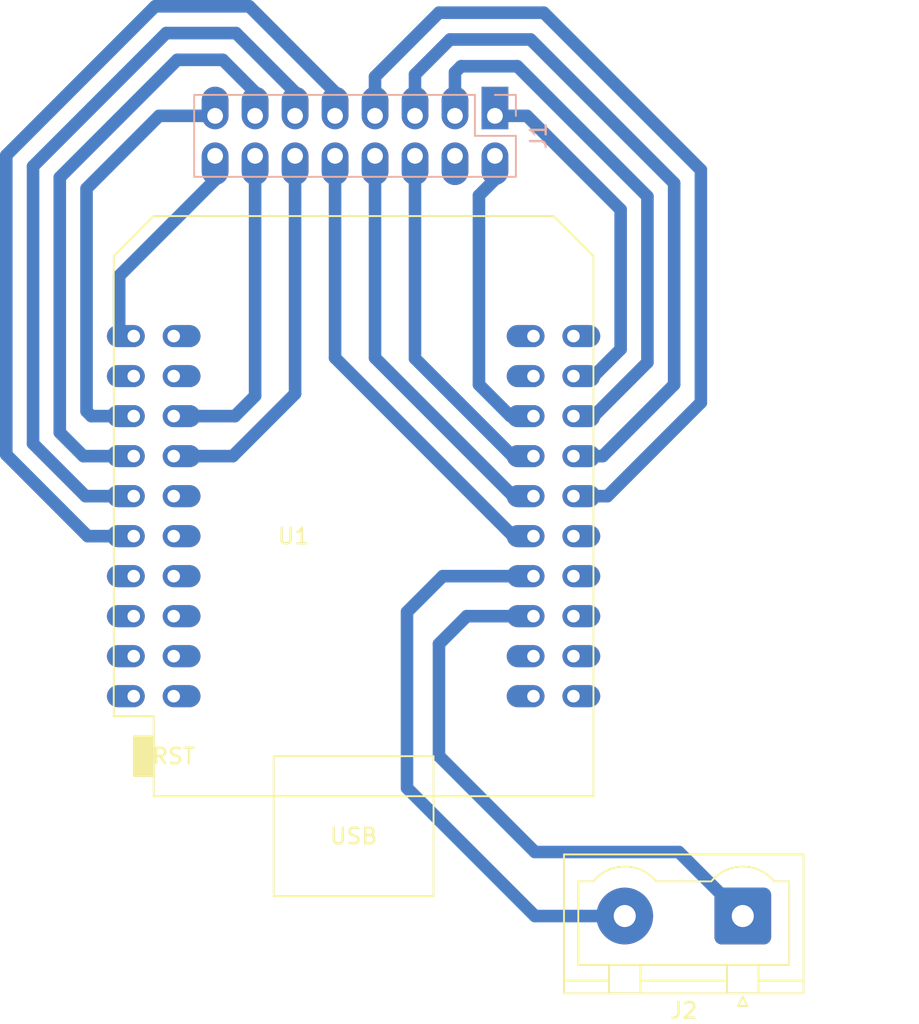
<source format=kicad_pcb>
(kicad_pcb (version 20211014) (generator pcbnew)
  (layers (0 "F.Cu" signal) (31 "B.Cu" signal) (34 "B.Paste" user) (35 "F.Paste" user) (36 "B.SilkS" user "B.Silkscreen") (37 "F.SilkS" user "F.Silkscreen") (38 "B.Mask" user) (39 "F.Mask" user) (44 "Edge.Cuts" user))
  (net 0 "")
  (net 1 "Net-(J2-Pad1)")
  (net 2 "Net-(J1-Pad1)")
  (net 13 "Net-(J1-Pad2)")
  (net 14 "Net-(J1-Pad3)")
  (net 18 "Net-(J1-Pad5)")
  (net 19 "Net-(J1-Pad6)")
  (net 20 "Net-(J1-Pad7)")
  (net 22 "Net-(J1-Pad8)")
  (net 23 "Net-(U1-Pad11)")
  (net 24 "Net-(J1-Pad10)")
  (net 25 "Net-(U1-Pad9)")
  (net 26 "Net-(J1-Pad12)")
  (net 27 "Net-(J1-Pad14)")
  (net 28 "Net-(J1-Pad15)")
  (net 29 "Net-(J1-Pad16)")
  (net 38 "Net-(U1-Pad7)")
  (footprint "Connector_Phoenix_GMSTB:PhoenixContact_GMSTBVA_2,5_2-G_1x02_P7.50mm_Vertical" (layer "F.Cu") (at 149.352 136.144 180)
    (fp_text reference "J2" (at 3.75 -6) (layer "F.SilkS"))
    (fp_text value "Power")
    (fp_line (start 0 -5.11) (end -0.3 -5.71) (layer "F.SilkS") (width 0.12))
    (fp_line (start 8.5 -3.1) (end 6.5 -3.1) (layer "F.SilkS") (width 0.12))
    (fp_line (start -1 -3.1) (end -1 -4.91) (layer "F.SilkS") (width 0.12))
    (fp_line (start 10.45 -3.1) (end 10.45 2.2) (layer "F.SilkS") (width 0.12))
    (fp_line (start 11.36 -4.91) (end -3.86 -4.91) (layer "F.SilkS") (width 0.12))
    (fp_line (start 2 2.2) (end 5.5 2.2) (layer "F.SilkS") (width 0.12))
    (fp_line (start -1 -4.91) (end 1 -4.91) (layer "F.SilkS") (width 0.12))
    (fp_line (start -2.95 2.2) (end -2.95 -3.1) (layer "F.SilkS") (width 0.12))
    (fp_line (start -3.86 -4.91) (end -3.86 3.91) (layer "F.SilkS") (width 0.12))
    (fp_line (start 1 -3.1) (end -1 -3.1) (layer "F.SilkS") (width 0.12))
    (fp_line (start 10.45 2.2) (end 9.5 2.2) (layer "F.SilkS") (width 0.12))
    (fp_line (start 6.5 -4.91) (end 8.5 -4.91) (layer "F.SilkS") (width 0.12))
    (fp_line (start -0.3 -5.71) (end 0.3 -5.71) (layer "F.SilkS") (width 0.12))
    (fp_line (start 1 -4.1) (end 6.5 -4.1) (layer "F.SilkS") (width 0.12))
    (fp_line (start 6.5 -3.1) (end 6.5 -4.91) (layer "F.SilkS") (width 0.12))
    (fp_line (start -2.95 -3.1) (end 10.45 -3.1) (layer "F.SilkS") (width 0.12))
    (fp_line (start -3.86 -4.1) (end -1.11 -4.1) (layer "F.SilkS") (width 0.12))
    (fp_line (start 1 -4.91) (end 1 -3.1) (layer "F.SilkS") (width 0.12))
    (fp_line (start -3.86 3.91) (end 11.36 3.91) (layer "F.SilkS") (width 0.12))
    (fp_line (start 11.36 -4.1) (end 8.61 -4.1) (layer "F.SilkS") (width 0.12))
    (fp_line (start 0.3 -5.71) (end 0 -5.11) (layer "F.SilkS") (width 0.12))
    (fp_line (start 8.5 -4.91) (end 8.5 -3.1) (layer "F.SilkS") (width 0.12))
    (fp_line (start 11.36 3.91) (end 11.36 -4.91) (layer "F.SilkS") (width 0.12))
    (fp_line (start -2 2.2) (end -2.95 2.2) (layer "F.SilkS") (width 0.12))
    (fp_arc (start 1.986842 2.215821) (mid -0.010289 3.142758) (end -2 2.2) (layer "F.SilkS") (width 0.12))
    (fp_arc (start 9.486842 2.215821) (mid 7.489711 3.142758) (end 5.5 2.2) (layer "F.SilkS") (width 0.12))
    (pad "1" thru_hole roundrect (at 0 0 180) (size 3.6 3.6) (drill 1.4) (layers *.Cu *.Mask) (roundrect_rratio 0.125) (net 1 "Net-(J2-Pad1)"))
    (pad "2" thru_hole oval (at 7.5 0 180) (size 3.6 3.6) (drill 1.4) (layers *.Cu *.Mask) (net 29 "Net-(J1-Pad16)"))
  )
  (footprint "ESP32_mini:ESP32_mini" (layer "F.Cu") (at 124.623 110.757)
    (fp_text reference "U1" (at -3.81 1.27) (layer "F.SilkS"))
    (fp_text value "mini_esp32")
    (fp_text user "USB" (at 0 20.32) (layer "F.SilkS"))
    (fp_text user "RST" (at -11.43 15.24) (layer "F.SilkS"))
    (fp_line (start 5.08 15.24) (end 5.08 17.78) (layer "F.SilkS") (width 0.12))
    (fp_line (start -15.24 12.7) (end -12.7 12.7) (layer "F.SilkS") (width 0.12))
    (fp_line (start -5.08 15.24) (end 5.08 15.24) (layer "F.SilkS") (width 0.12))
    (fp_line (start -12.7 17.78) (end 15.24 17.78) (layer "F.SilkS") (width 0.12))
    (fp_line (start -5.08 17.78) (end -5.08 15.24) (layer "F.SilkS") (width 0.12))
    (fp_line (start -12.7 12.7) (end -12.7 17.78) (layer "F.SilkS") (width 0.12))
    (fp_line (start -5.08 17.78) (end -5.08 24.13) (layer "F.SilkS") (width 0.12))
    (fp_line (start 12.7 -19.05) (end -11.43 -19.05) (layer "F.SilkS") (width 0.12))
    (fp_line (start 15.24 -16.51) (end 15.24 17.78) (layer "F.SilkS") (width 0.12))
    (fp_line (start 12.7 -19.05) (end 15.24 -16.51) (layer "F.SilkS") (width 0.12))
    (fp_line (start 5.08 24.13) (end 5.08 17.78) (layer "F.SilkS") (width 0.12))
    (fp_line (start -5.08 24.13) (end 5.08 24.13) (layer "F.SilkS") (width 0.12))
    (fp_line (start -12.7 -19.05) (end -11.43 -19.05) (layer "F.SilkS") (width 0.12))
    (fp_line (start -15.24 -16.51) (end -15.24 12.7) (layer "F.SilkS") (width 0.12))
    (fp_line (start -12.7 -19.05) (end -15.24 -16.51) (layer "F.SilkS") (width 0.12))
    (fp_poly (pts (xy -13.97 16.51) (xy -13.97 13.97) (xy -12.7 13.97) (xy -12.7 16.51)) (layer "F.SilkS") (width 0.1) (fill solid))
    (pad "1" thru_hole oval locked (at -13.97 -11.43 270) (size 1.4 2.4) (drill 0.8 (offset 0 0.5)) (layers *.Cu *.Mask) (net 29 "Net-(J1-Pad16)"))
    (pad "2" thru_hole oval locked (at -11.43 -11.43 270) (size 1.4 2.4) (drill 0.8 (offset 0 -0.5)) (layers *.Cu *.Mask))
    (pad "3" thru_hole oval locked (at -13.97 -8.89 270) (size 1.4 2.4) (drill 0.8 (offset 0 0.5)) (layers *.Cu *.Mask))
    (pad "4" thru_hole oval locked (at -11.43 -8.89 270) (size 1.4 2.4) (drill 0.8 (offset 0 -0.5)) (layers *.Cu *.Mask))
    (pad "5" thru_hole oval locked (at -13.97 -6.35 270) (size 1.4 2.4) (drill 0.8 (offset 0 0.5)) (layers *.Cu *.Mask) (net 28 "Net-(J1-Pad15)"))
    (pad "6" thru_hole oval locked (at -11.43 -6.35 270) (size 1.4 2.4) (drill 0.8 (offset 0 -0.5)) (layers *.Cu *.Mask) (net 27 "Net-(J1-Pad14)"))
    (pad "7" thru_hole oval locked (at -13.97 -3.81 270) (size 1.4 2.4) (drill 0.8 (offset 0 0.5)) (layers *.Cu *.Mask) (net 38 "Net-(U1-Pad7)"))
    (pad "8" thru_hole oval locked (at -11.43 -3.81 270) (size 1.4 2.4) (drill 0.8 (offset 0 -0.5)) (layers *.Cu *.Mask) (net 26 "Net-(J1-Pad12)"))
    (pad "9" thru_hole oval locked (at -13.97 -1.27 270) (size 1.4 2.4) (drill 0.8 (offset 0 0.5)) (layers *.Cu *.Mask) (net 25 "Net-(U1-Pad9)"))
    (pad "10" thru_hole oval locked (at -11.43 -1.27 270) (size 1.4 2.4) (drill 0.8 (offset 0 -0.5)) (layers *.Cu *.Mask))
    (pad "11" thru_hole oval locked (at -13.97 1.27 270) (size 1.4 2.4) (drill 0.8 (offset 0 0.5)) (layers *.Cu *.Mask) (net 23 "Net-(U1-Pad11)"))
    (pad "12" thru_hole oval locked (at -11.43 1.27 270) (size 1.4 2.4) (drill 0.8 (offset 0 -0.5)) (layers *.Cu *.Mask))
    (pad "13" thru_hole oval locked (at -13.97 3.81 270) (size 1.4 2.4) (drill 0.8 (offset 0 0.5)) (layers *.Cu *.Mask))
    (pad "14" thru_hole oval locked (at -11.43 3.81 270) (size 1.4 2.4) (drill 0.8 (offset 0 -0.5)) (layers *.Cu *.Mask))
    (pad "15" thru_hole oval locked (at -13.97 6.35 270) (size 1.4 2.4) (drill 0.8 (offset 0 0.5)) (layers *.Cu *.Mask))
    (pad "16" thru_hole oval locked (at -11.43 6.35 270) (size 1.4 2.4) (drill 0.8 (offset 0 -0.5)) (layers *.Cu *.Mask))
    (pad "17" thru_hole oval locked (at -13.97 8.89 270) (size 1.4 2.4) (drill 0.8 (offset 0 0.5)) (layers *.Cu *.Mask))
    (pad "18" thru_hole oval locked (at -11.43 8.89 270) (size 1.4 2.4) (drill 0.8 (offset 0 -0.5)) (layers *.Cu *.Mask))
    (pad "19" thru_hole oval locked (at -13.97 11.43 270) (size 1.4 2.4) (drill 0.8 (offset 0 0.5)) (layers *.Cu *.Mask))
    (pad "20" thru_hole oval locked (at -11.43 11.43 270) (size 1.4 2.4) (drill 0.8 (offset 0 -0.5)) (layers *.Cu *.Mask))
    (pad "21" thru_hole oval locked (at 11.43 -11.43 270) (size 1.4 2.4) (drill 0.8 (offset 0 0.5)) (layers *.Cu *.Mask))
    (pad "22" thru_hole oval locked (at 13.97 -11.43 270) (size 1.4 2.4) (drill 0.8 (offset 0 -0.5)) (layers *.Cu *.Mask) (net 29 "Net-(J1-Pad16)"))
    (pad "23" thru_hole oval locked (at 11.43 -8.89 270) (size 1.4 2.4) (drill 0.8 (offset 0 0.5)) (layers *.Cu *.Mask))
    (pad "24" thru_hole oval locked (at 13.97 -8.89 270) (size 1.4 2.4) (drill 0.8 (offset 0 -0.5)) (layers *.Cu *.Mask) (net 2 "Net-(J1-Pad1)"))
    (pad "25" thru_hole oval locked (at 11.43 -6.35 270) (size 1.4 2.4) (drill 0.8 (offset 0 0.5)) (layers *.Cu *.Mask) (net 13 "Net-(J1-Pad2)"))
    (pad "26" thru_hole oval locked (at 13.97 -6.35 270) (size 1.4 2.4) (drill 0.8 (offset 0 -0.5)) (layers *.Cu *.Mask) (net 14 "Net-(J1-Pad3)"))
    (pad "27" thru_hole oval locked (at 11.43 -3.81 270) (size 1.4 2.4) (drill 0.8 (offset 0 0.5)) (layers *.Cu *.Mask) (net 19 "Net-(J1-Pad6)"))
    (pad "28" thru_hole oval locked (at 13.97 -3.81 270) (size 1.4 2.4) (drill 0.8 (offset 0 -0.5)) (layers *.Cu *.Mask) (net 18 "Net-(J1-Pad5)"))
    (pad "29" thru_hole oval locked (at 11.43 -1.27 270) (size 1.4 2.4) (drill 0.8 (offset 0 0.5)) (layers *.Cu *.Mask) (net 22 "Net-(J1-Pad8)"))
    (pad "30" thru_hole oval locked (at 13.97 -1.27 270) (size 1.4 2.4) (drill 0.8 (offset 0 -0.5)) (layers *.Cu *.Mask) (net 20 "Net-(J1-Pad7)"))
    (pad "31" thru_hole oval locked (at 11.43 1.27 270) (size 1.4 2.4) (drill 0.8 (offset 0 0.5)) (layers *.Cu *.Mask) (net 24 "Net-(J1-Pad10)"))
    (pad "32" thru_hole oval locked (at 13.97 1.27 270) (size 1.4 2.4) (drill 0.8 (offset 0 -0.5)) (layers *.Cu *.Mask))
    (pad "33" thru_hole oval locked (at 11.43 3.81 270) (size 1.4 2.4) (drill 0.8 (offset 0 0.5)) (layers *.Cu *.Mask) (net 29 "Net-(J1-Pad16)"))
    (pad "34" thru_hole oval locked (at 13.97 3.81 270) (size 1.4 2.4) (drill 0.8 (offset 0 -0.5)) (layers *.Cu *.Mask))
    (pad "35" thru_hole oval locked (at 11.43 6.35 270) (size 1.4 2.4) (drill 0.8 (offset 0 0.5)) (layers *.Cu *.Mask) (net 1 "Net-(J2-Pad1)"))
    (pad "36" thru_hole oval locked (at 13.97 6.35 270) (size 1.4 2.4) (drill 0.8 (offset 0 -0.5)) (layers *.Cu *.Mask))
    (pad "37" thru_hole oval locked (at 11.43 8.89 270) (size 1.4 2.4) (drill 0.8 (offset 0 0.5)) (layers *.Cu *.Mask))
    (pad "38" thru_hole oval locked (at 13.97 8.89 270) (size 1.4 2.4) (drill 0.8 (offset 0 -0.5)) (layers *.Cu *.Mask))
    (pad "39" thru_hole oval locked (at 11.43 11.43 270) (size 1.4 2.4) (drill 0.8 (offset 0 0.5)) (layers *.Cu *.Mask))
    (pad "40" thru_hole oval locked (at 13.97 11.43 270) (size 1.4 2.4) (drill 0.8 (offset 0 -0.5)) (layers *.Cu *.Mask))
  )
  (footprint "Connector_PinSocket_2.54mm:PinSocket_2x08_P2.54mm_Vertical" (layer "B.Cu") (at 133.604 85.344 90)
    (fp_text reference "J1" (at -1.27 2.77 90) (layer "B.SilkS"))
    (fp_text value "PUT_IN")
    (fp_line (start 1.33 1.33) (end 1.33 0) (layer "B.SilkS") (width 0.12))
    (fp_line (start -3.87 1.33) (end -1.27 1.33) (layer "B.SilkS") (width 0.12))
    (fp_line (start -1.27 -1.27) (end 1.33 -1.27) (layer "B.SilkS") (width 0.12))
    (fp_line (start -3.87 1.33) (end -3.87 -19.11) (layer "B.SilkS") (width 0.12))
    (fp_line (start -3.87 -19.11) (end 1.33 -19.11) (layer "B.SilkS") (width 0.12))
    (fp_line (start 0 1.33) (end 1.33 1.33) (layer "B.SilkS") (width 0.12))
    (fp_line (start 1.33 -1.27) (end 1.33 -19.11) (layer "B.SilkS") (width 0.12))
    (fp_line (start -1.27 1.33) (end -1.27 -1.27) (layer "B.SilkS") (width 0.12))
    (pad "1" thru_hole rect (at 0 0 90) (size 2.7 1.7) (drill 1 (offset 0.5 0)) (layers *.Cu *.Mask) (net 2 "Net-(J1-Pad1)"))
    (pad "2" thru_hole oval (at -2.54 0 90) (size 2.7 1.7) (drill 1 (offset -0.5 0)) (layers *.Cu *.Mask) (net 13 "Net-(J1-Pad2)"))
    (pad "3" thru_hole oval (at 0 -2.54 90) (size 2.7 1.7) (drill 1 (offset 0.5 0)) (layers *.Cu *.Mask) (net 14 "Net-(J1-Pad3)"))
    (pad "4" thru_hole oval (at -2.54 -2.54 90) (size 2.7 1.7) (drill 1 (offset -0.5 0)) (layers *.Cu *.Mask))
    (pad "5" thru_hole oval (at 0 -5.08 90) (size 2.7 1.7) (drill 1 (offset 0.5 0)) (layers *.Cu *.Mask) (net 18 "Net-(J1-Pad5)"))
    (pad "6" thru_hole oval (at -2.54 -5.08 90) (size 2.7 1.7) (drill 1 (offset -0.5 0)) (layers *.Cu *.Mask) (net 19 "Net-(J1-Pad6)"))
    (pad "7" thru_hole oval (at 0 -7.62 90) (size 2.7 1.7) (drill 1 (offset 0.5 0)) (layers *.Cu *.Mask) (net 20 "Net-(J1-Pad7)"))
    (pad "8" thru_hole oval (at -2.54 -7.62 90) (size 2.7 1.7) (drill 1 (offset -0.5 0)) (layers *.Cu *.Mask) (net 22 "Net-(J1-Pad8)"))
    (pad "9" thru_hole oval (at 0 -10.16 90) (size 2.7 1.7) (drill 1 (offset 0.5 0)) (layers *.Cu *.Mask) (net 23 "Net-(U1-Pad11)"))
    (pad "10" thru_hole oval (at -2.54 -10.16 90) (size 2.7 1.7) (drill 1 (offset -0.5 0)) (layers *.Cu *.Mask) (net 24 "Net-(J1-Pad10)"))
    (pad "11" thru_hole oval (at 0 -12.7 90) (size 2.7 1.7) (drill 1 (offset 0.5 0)) (layers *.Cu *.Mask) (net 25 "Net-(U1-Pad9)"))
    (pad "12" thru_hole oval (at -2.54 -12.7 90) (size 2.7 1.7) (drill 1 (offset -0.5 0)) (layers *.Cu *.Mask) (net 26 "Net-(J1-Pad12)"))
    (pad "13" thru_hole oval (at 0 -15.24 90) (size 2.7 1.7) (drill 1 (offset 0.5 0)) (layers *.Cu *.Mask) (net 38 "Net-(U1-Pad7)"))
    (pad "14" thru_hole oval (at -2.54 -15.24 90) (size 2.7 1.7) (drill 1 (offset -0.5 0)) (layers *.Cu *.Mask) (net 27 "Net-(J1-Pad14)"))
    (pad "15" thru_hole oval (at 0 -17.78 90) (size 2.7 1.7) (drill 1 (offset 0.5 0)) (layers *.Cu *.Mask) (net 28 "Net-(J1-Pad15)"))
    (pad "16" thru_hole oval (at -2.54 -17.78 90) (size 2.7 1.7) (drill 1 (offset -0.5 0)) (layers *.Cu *.Mask) (net 29 "Net-(J1-Pad16)"))
  )
  (segment (start 136.144 132.08) (end 130.048 125.984) (width 0.8) (layer "B.Cu") (net 1))
  (segment (start 145.288 132.08) (end 136.144 132.08) (width 0.8) (layer "B.Cu") (net 1))
  (segment (start 149.352 136.144) (end 145.288 132.08) (width 0.8) (layer "B.Cu") (net 1))
  (segment (start 130.048 125.984) (end 130.048 118.872) (width 0.8) (layer "B.Cu") (net 1))
  (segment (start 130.048 118.872) (end 131.813 117.107) (width 0.8) (layer "B.Cu") (net 1))
  (segment (start 131.813 117.107) (end 136.053 117.107) (width 0.8) (layer "B.Cu") (net 1))
  (segment (start 135.636 85.344) (end 141.59252 91.30052) (width 0.8) (layer "B.Cu") (net 2))
  (segment (start 133.604 85.344) (end 135.636 85.344) (width 0.8) (layer "B.Cu") (net 2))
  (segment (start 141.59252 91.30052) (end 141.59252 100.155228) (width 0.8) (layer "B.Cu") (net 2))
  (segment (start 141.59252 100.155228) (end 139.880748 101.867) (width 0.8) (layer "B.Cu") (net 2))
  (segment (start 139.880748 101.867) (end 138.593 101.867) (width 0.8) (layer "B.Cu") (net 2))
  (segment (start 132.588 90.39988) (end 132.588 102.40748) (width 0.8) (layer "B.Cu") (net 13))
  (segment (start 133.604 89.38388) (end 132.588 90.39988) (width 0.8) (layer "B.Cu") (net 13))
  (segment (start 133.604 87.884) (end 133.604 89.38388) (width 0.8) (layer "B.Cu") (net 13))
  (segment (start 134.58752 104.407) (end 136.053 104.407) (width 0.8) (layer "B.Cu") (net 13))
  (segment (start 132.588 102.40748) (end 134.58752 104.407) (width 0.8) (layer "B.Cu") (net 13))
  (segment (start 131.064 85.344) (end 131.064 82.584978) (width 0.8) (layer "B.Cu") (net 14))
  (segment (start 131.454489 82.194489) (end 135.026489 82.194489) (width 0.8) (layer "B.Cu") (net 14))
  (segment (start 143.29204 100.995708) (end 139.880748 104.407) (width 0.8) (layer "B.Cu") (net 14))
  (segment (start 143.29204 90.46004) (end 143.29204 100.995708) (width 0.8) (layer "B.Cu") (net 14))
  (segment (start 131.064 82.584978) (end 131.454489 82.194489) (width 0.8) (layer "B.Cu") (net 14))
  (segment (start 135.026489 82.194489) (end 143.29204 90.46004) (width 0.8) (layer "B.Cu") (net 14))
  (segment (start 139.880748 104.407) (end 138.593 104.407) (width 0.8) (layer "B.Cu") (net 14))
  (segment (start 140.449 106.947) (end 138.593 106.947) (width 0.8) (layer "B.Cu") (net 18))
  (segment (start 144.99156 102.40444) (end 140.449 106.947) (width 0.8) (layer "B.Cu") (net 18))
  (segment (start 130.750525 80.494969) (end 135.866969 80.494969) (width 0.8) (layer "B.Cu") (net 18))
  (segment (start 128.524 85.344) (end 128.524 82.721494) (width 0.8) (layer "B.Cu") (net 18))
  (segment (start 135.866969 80.494969) (end 144.99156 89.61956) (width 0.8) (layer "B.Cu") (net 18))
  (segment (start 128.524 82.721494) (end 130.750525 80.494969) (width 0.8) (layer "B.Cu") (net 18))
  (segment (start 144.99156 89.61956) (end 144.99156 102.40444) (width 0.8) (layer "B.Cu") (net 18))
  (segment (start 128.524 87.884) (end 128.524 100.746964) (width 0.8) (layer "B.Cu") (net 19))
  (segment (start 128.524 100.746964) (end 134.724036 106.947) (width 0.8) (layer "B.Cu") (net 19))
  (segment (start 134.724036 106.947) (end 136.053 106.947) (width 0.8) (layer "B.Cu") (net 19))
  (segment (start 130.046561 78.795449) (end 136.707449 78.795449) (width 0.8) (layer "B.Cu") (net 20))
  (segment (start 136.707449 78.795449) (end 146.69108 88.77908) (width 0.8) (layer "B.Cu") (net 20))
  (segment (start 125.984 82.85801) (end 130.046561 78.795449) (width 0.8) (layer "B.Cu") (net 20))
  (segment (start 140.74848 109.487) (end 138.593 109.487) (width 0.8) (layer "B.Cu") (net 20))
  (segment (start 146.69108 103.5444) (end 140.74848 109.487) (width 0.8) (layer "B.Cu") (net 20))
  (segment (start 125.984 85.344) (end 125.984 82.85801) (width 0.8) (layer "B.Cu") (net 20))
  (segment (start 146.69108 88.77908) (end 146.69108 103.5444) (width 0.8) (layer "B.Cu") (net 20))
  (segment (start 125.984 87.884) (end 125.984 100.705748) (width 0.8) (layer "B.Cu") (net 22))
  (segment (start 125.984 100.705748) (end 134.765252 109.487) (width 0.8) (layer "B.Cu") (net 22))
  (segment (start 134.765252 109.487) (end 136.053 109.487) (width 0.8) (layer "B.Cu") (net 22))
  (segment (start 123.444 85.344) (end 123.444 83.84412) (width 0.8) (layer "B.Cu") (net 23))
  (segment (start 112.012588 78.38896) (end 102.55492 87.846628) (width 0.8) (layer "B.Cu") (net 23))
  (segment (start 102.55492 106.853888) (end 107.728032 112.027) (width 0.8) (layer "B.Cu") (net 23))
  (segment (start 102.55492 87.846628) (end 102.55492 106.853888) (width 0.8) (layer "B.Cu") (net 23))
  (segment (start 107.728032 112.027) (end 110.653 112.027) (width 0.8) (layer "B.Cu") (net 23))
  (segment (start 123.444 83.84412) (end 117.98884 78.38896) (width 0.8) (layer "B.Cu") (net 23))
  (segment (start 117.98884 78.38896) (end 112.012588 78.38896) (width 0.8) (layer "B.Cu") (net 23))
  (segment (start 123.444 87.884) (end 123.444 100.705748) (width 0.8) (layer "B.Cu") (net 24))
  (segment (start 123.444 100.705748) (end 134.765252 112.027) (width 0.8) (layer "B.Cu") (net 24))
  (segment (start 134.765252 112.027) (end 136.053 112.027) (width 0.8) (layer "B.Cu") (net 24))
  (segment (start 104.25444 106.149924) (end 107.591516 109.487) (width 0.8) (layer "B.Cu") (net 25))
  (segment (start 120.904 83.84412) (end 117.14836 80.08848) (width 0.8) (layer "B.Cu") (net 25))
  (segment (start 107.591516 109.487) (end 110.653 109.487) (width 0.8) (layer "B.Cu") (net 25))
  (segment (start 104.25444 88.550592) (end 104.25444 106.149924) (width 0.8) (layer "B.Cu") (net 25))
  (segment (start 112.716552 80.08848) (end 104.25444 88.550592) (width 0.8) (layer "B.Cu") (net 25))
  (segment (start 117.14836 80.08848) (end 112.716552 80.08848) (width 0.8) (layer "B.Cu") (net 25))
  (segment (start 120.904 85.344) (end 120.904 83.84412) (width 0.8) (layer "B.Cu") (net 25))
  (segment (start 116.944484 106.947) (end 113.193 106.947) (width 0.8) (layer "B.Cu") (net 26))
  (segment (start 120.904 102.987484) (end 116.944484 106.947) (width 0.8) (layer "B.Cu") (net 26))
  (segment (start 120.904 87.884) (end 120.904 102.987484) (width 0.8) (layer "B.Cu") (net 26))
  (segment (start 118.364 87.884) (end 118.364 103.124) (width 0.8) (layer "B.Cu") (net 27))
  (segment (start 117.081 104.407) (end 113.193 104.407) (width 0.8) (layer "B.Cu") (net 27))
  (segment (start 118.364 103.124) (end 117.081 104.407) (width 0.8) (layer "B.Cu") (net 27))
  (segment (start 115.824 85.344) (end 112.268 85.344) (width 0.8) (layer "B.Cu") (net 28))
  (segment (start 107.65348 89.95852) (end 107.65348 104.09748) (width 0.8) (layer "B.Cu") (net 28))
  (segment (start 107.65348 104.09748) (end 107.963 104.407) (width 0.8) (layer "B.Cu") (net 28))
  (segment (start 107.963 104.407) (end 110.653 104.407) (width 0.8) (layer "B.Cu") (net 28))
  (segment (start 112.268 85.344) (end 107.65348 89.95852) (width 0.8) (layer "B.Cu") (net 28))
  (segment (start 115.824 87.884) (end 115.824 89.408) (width 0.8) (layer "B.Cu") (net 29))
  (segment (start 109.728 95.504) (end 109.728 98.552) (width 0.8) (layer "B.Cu") (net 29))
  (segment (start 130.289 114.567) (end 136.053 114.567) (width 0.8) (layer "B.Cu") (net 29))
  (segment (start 128.016 116.84) (end 130.289 114.567) (width 0.8) (layer "B.Cu") (net 29))
  (segment (start 141.852 136.144) (end 136.144 136.144) (width 0.8) (layer "B.Cu") (net 29))
  (segment (start 136.144 136.144) (end 128.016 128.016) (width 0.8) (layer "B.Cu") (net 29))
  (segment (start 115.824 89.408) (end 109.728 95.504) (width 0.8) (layer "B.Cu") (net 29))
  (segment (start 128.016 128.016) (end 128.016 116.84) (width 0.8) (layer "B.Cu") (net 29))
  (segment (start 118.364 83.84412) (end 116.30788 81.788) (width 0.8) (layer "B.Cu") (net 38))
  (segment (start 105.95396 89.254556) (end 105.95396 105.44596) (width 0.8) (layer "B.Cu") (net 38))
  (segment (start 113.420516 81.788) (end 105.95396 89.254556) (width 0.8) (layer "B.Cu") (net 38))
  (segment (start 118.364 85.344) (end 118.364 83.84412) (width 0.8) (layer "B.Cu") (net 38))
  (segment (start 105.95396 105.44596) (end 107.455 106.947) (width 0.8) (layer "B.Cu") (net 38))
  (segment (start 116.30788 81.788) (end 113.420516 81.788) (width 0.8) (layer "B.Cu") (net 38))
  (segment (start 107.455 106.947) (end 110.653 106.947) (width 0.8) (layer "B.Cu") (net 38))
)
</source>
